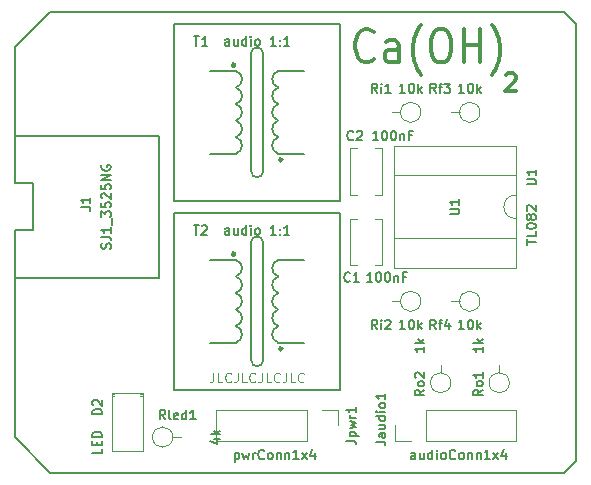
<source format=gbr>
G04 #@! TF.GenerationSoftware,KiCad,Pcbnew,(5.1.9)-1*
G04 #@! TF.CreationDate,2021-03-12T00:47:26-05:00*
G04 #@! TF.ProjectId,InputBuffer,496e7075-7442-4756-9666-65722e6b6963,rev?*
G04 #@! TF.SameCoordinates,Original*
G04 #@! TF.FileFunction,Legend,Top*
G04 #@! TF.FilePolarity,Positive*
%FSLAX46Y46*%
G04 Gerber Fmt 4.6, Leading zero omitted, Abs format (unit mm)*
G04 Created by KiCad (PCBNEW (5.1.9)-1) date 2021-03-12 00:47:26*
%MOMM*%
%LPD*%
G01*
G04 APERTURE LIST*
%ADD10C,0.120000*%
G04 #@! TA.AperFunction,Profile*
%ADD11C,0.150000*%
G04 #@! TD*
%ADD12C,0.300000*%
%ADD13C,0.350000*%
%ADD14C,0.150000*%
G04 APERTURE END LIST*
D10*
X75304761Y-73561904D02*
X75304761Y-74133333D01*
X75266666Y-74247619D01*
X75190476Y-74323809D01*
X75076190Y-74361904D01*
X75000000Y-74361904D01*
X76066666Y-74361904D02*
X75685714Y-74361904D01*
X75685714Y-73561904D01*
X76790476Y-74285714D02*
X76752380Y-74323809D01*
X76638095Y-74361904D01*
X76561904Y-74361904D01*
X76447619Y-74323809D01*
X76371428Y-74247619D01*
X76333333Y-74171428D01*
X76295238Y-74019047D01*
X76295238Y-73904761D01*
X76333333Y-73752380D01*
X76371428Y-73676190D01*
X76447619Y-73600000D01*
X76561904Y-73561904D01*
X76638095Y-73561904D01*
X76752380Y-73600000D01*
X76790476Y-73638095D01*
X77361904Y-73561904D02*
X77361904Y-74133333D01*
X77323809Y-74247619D01*
X77247619Y-74323809D01*
X77133333Y-74361904D01*
X77057142Y-74361904D01*
X78123809Y-74361904D02*
X77742857Y-74361904D01*
X77742857Y-73561904D01*
X78847619Y-74285714D02*
X78809523Y-74323809D01*
X78695238Y-74361904D01*
X78619047Y-74361904D01*
X78504761Y-74323809D01*
X78428571Y-74247619D01*
X78390476Y-74171428D01*
X78352380Y-74019047D01*
X78352380Y-73904761D01*
X78390476Y-73752380D01*
X78428571Y-73676190D01*
X78504761Y-73600000D01*
X78619047Y-73561904D01*
X78695238Y-73561904D01*
X78809523Y-73600000D01*
X78847619Y-73638095D01*
X79419047Y-73561904D02*
X79419047Y-74133333D01*
X79380952Y-74247619D01*
X79304761Y-74323809D01*
X79190476Y-74361904D01*
X79114285Y-74361904D01*
X80180952Y-74361904D02*
X79800000Y-74361904D01*
X79800000Y-73561904D01*
X80904761Y-74285714D02*
X80866666Y-74323809D01*
X80752380Y-74361904D01*
X80676190Y-74361904D01*
X80561904Y-74323809D01*
X80485714Y-74247619D01*
X80447619Y-74171428D01*
X80409523Y-74019047D01*
X80409523Y-73904761D01*
X80447619Y-73752380D01*
X80485714Y-73676190D01*
X80561904Y-73600000D01*
X80676190Y-73561904D01*
X80752380Y-73561904D01*
X80866666Y-73600000D01*
X80904761Y-73638095D01*
X81476190Y-73561904D02*
X81476190Y-74133333D01*
X81438095Y-74247619D01*
X81361904Y-74323809D01*
X81247619Y-74361904D01*
X81171428Y-74361904D01*
X82238095Y-74361904D02*
X81857142Y-74361904D01*
X81857142Y-73561904D01*
X82961904Y-74285714D02*
X82923809Y-74323809D01*
X82809523Y-74361904D01*
X82733333Y-74361904D01*
X82619047Y-74323809D01*
X82542857Y-74247619D01*
X82504761Y-74171428D01*
X82466666Y-74019047D01*
X82466666Y-73904761D01*
X82504761Y-73752380D01*
X82542857Y-73676190D01*
X82619047Y-73600000D01*
X82733333Y-73561904D01*
X82809523Y-73561904D01*
X82923809Y-73600000D01*
X82961904Y-73638095D01*
D11*
X78500000Y-46500000D02*
G75*
G02*
X79500000Y-46500000I500000J0D01*
G01*
X79500000Y-56500000D02*
G75*
G02*
X78500000Y-56500000I-500000J0D01*
G01*
X78500000Y-62500000D02*
G75*
G02*
X79500000Y-62500000I500000J0D01*
G01*
X79500000Y-72500000D02*
G75*
G02*
X78500000Y-72500000I-500000J0D01*
G01*
X78500000Y-62500000D02*
X78500000Y-72500000D01*
X79500000Y-72500000D02*
X79500000Y-62500000D01*
X79500000Y-56500000D02*
X79500000Y-46500000D01*
X78500000Y-46500000D02*
X78500000Y-56500000D01*
D12*
X100071428Y-48321428D02*
X100142857Y-48250000D01*
X100285714Y-48178571D01*
X100642857Y-48178571D01*
X100785714Y-48250000D01*
X100857142Y-48321428D01*
X100928571Y-48464285D01*
X100928571Y-48607142D01*
X100857142Y-48821428D01*
X100000000Y-49678571D01*
X100928571Y-49678571D01*
D13*
X88857142Y-47000000D02*
X88738095Y-47133333D01*
X88380952Y-47266666D01*
X88142857Y-47266666D01*
X87785714Y-47133333D01*
X87547619Y-46866666D01*
X87428571Y-46600000D01*
X87309523Y-46066666D01*
X87309523Y-45666666D01*
X87428571Y-45133333D01*
X87547619Y-44866666D01*
X87785714Y-44600000D01*
X88142857Y-44466666D01*
X88380952Y-44466666D01*
X88738095Y-44600000D01*
X88857142Y-44733333D01*
X91000000Y-47266666D02*
X91000000Y-45800000D01*
X90880952Y-45533333D01*
X90642857Y-45400000D01*
X90166666Y-45400000D01*
X89928571Y-45533333D01*
X91000000Y-47133333D02*
X90761904Y-47266666D01*
X90166666Y-47266666D01*
X89928571Y-47133333D01*
X89809523Y-46866666D01*
X89809523Y-46600000D01*
X89928571Y-46333333D01*
X90166666Y-46200000D01*
X90761904Y-46200000D01*
X91000000Y-46066666D01*
X92904761Y-48333333D02*
X92785714Y-48200000D01*
X92547619Y-47800000D01*
X92428571Y-47533333D01*
X92309523Y-47133333D01*
X92190476Y-46466666D01*
X92190476Y-45933333D01*
X92309523Y-45266666D01*
X92428571Y-44866666D01*
X92547619Y-44600000D01*
X92785714Y-44200000D01*
X92904761Y-44066666D01*
X94333333Y-44466666D02*
X94809523Y-44466666D01*
X95047619Y-44600000D01*
X95285714Y-44866666D01*
X95404761Y-45400000D01*
X95404761Y-46333333D01*
X95285714Y-46866666D01*
X95047619Y-47133333D01*
X94809523Y-47266666D01*
X94333333Y-47266666D01*
X94095238Y-47133333D01*
X93857142Y-46866666D01*
X93738095Y-46333333D01*
X93738095Y-45400000D01*
X93857142Y-44866666D01*
X94095238Y-44600000D01*
X94333333Y-44466666D01*
X96476190Y-47266666D02*
X96476190Y-44466666D01*
X96476190Y-45800000D02*
X97904761Y-45800000D01*
X97904761Y-47266666D02*
X97904761Y-44466666D01*
X98857142Y-48333333D02*
X98976190Y-48200000D01*
X99214285Y-47800000D01*
X99333333Y-47533333D01*
X99452380Y-47133333D01*
X99571428Y-46466666D01*
X99571428Y-45933333D01*
X99452380Y-45266666D01*
X99333333Y-44866666D01*
X99214285Y-44600000D01*
X98976190Y-44200000D01*
X98857142Y-44066666D01*
D11*
X105000000Y-43000000D02*
X106000000Y-44000000D01*
X106000000Y-81000000D02*
X105000000Y-82000000D01*
X58500000Y-57500000D02*
X58500000Y-46000000D01*
X60000000Y-57500000D02*
X58500000Y-57500000D01*
X60000000Y-61500000D02*
X60000000Y-57500000D01*
X58500000Y-61500000D02*
X60000000Y-61500000D01*
X58500000Y-79000000D02*
X58500000Y-61500000D01*
X61500000Y-82000000D02*
X58500000Y-79000000D01*
X105000000Y-82000000D02*
X61500000Y-82000000D01*
X106000000Y-44000000D02*
X106000000Y-81000000D01*
X61500000Y-43000000D02*
X105000000Y-43000000D01*
X58500000Y-46000000D02*
X61500000Y-43000000D01*
D10*
X69310000Y-75270000D02*
X69310000Y-80190000D01*
X66690000Y-75270000D02*
X66690000Y-80190000D01*
X69310000Y-75270000D02*
X66690000Y-75270000D01*
X69310000Y-80190000D02*
X66690000Y-80190000D01*
X69310000Y-75390000D02*
X69080000Y-75390000D01*
X66920000Y-75390000D02*
X66690000Y-75390000D01*
X69310000Y-75510000D02*
X69080000Y-75510000D01*
X66920000Y-75510000D02*
X66690000Y-75510000D01*
X94540000Y-73540000D02*
X94540000Y-72860000D01*
X95400000Y-74400000D02*
G75*
G03*
X95400000Y-74400000I-860000J0D01*
G01*
X99500000Y-73540000D02*
X99500000Y-72860000D01*
X100360000Y-74400000D02*
G75*
G03*
X100360000Y-74400000I-860000J0D01*
G01*
X71860000Y-79000000D02*
X72540000Y-79000000D01*
X71860000Y-79000000D02*
G75*
G03*
X71860000Y-79000000I-860000J0D01*
G01*
X91140000Y-67500000D02*
X90460000Y-67500000D01*
X92860000Y-67500000D02*
G75*
G03*
X92860000Y-67500000I-860000J0D01*
G01*
X91140000Y-51500000D02*
X90460000Y-51500000D01*
X92860000Y-51500000D02*
G75*
G03*
X92860000Y-51500000I-860000J0D01*
G01*
X96140000Y-67500000D02*
X95460000Y-67500000D01*
X97860000Y-67500000D02*
G75*
G03*
X97860000Y-67500000I-860000J0D01*
G01*
X96140000Y-51500000D02*
X95460000Y-51500000D01*
X97860000Y-51500000D02*
G75*
G03*
X97860000Y-51500000I-860000J0D01*
G01*
D14*
X58500000Y-53500000D02*
X70700000Y-53500000D01*
X70700000Y-53500000D02*
X70700000Y-65500000D01*
X60000000Y-57500000D02*
X58500000Y-57500000D01*
X58500000Y-53500000D02*
X58500000Y-57500000D01*
X58500000Y-65500000D02*
X70700000Y-65500000D01*
X60000000Y-61500000D02*
X58500000Y-61500000D01*
X58500000Y-65500000D02*
X58500000Y-61500000D01*
X60000000Y-57500000D02*
X60000000Y-61500000D01*
D10*
X87500000Y-58460000D02*
X86890000Y-58460000D01*
X89610000Y-58460000D02*
X89000000Y-58460000D01*
X87500000Y-54540000D02*
X86890000Y-54540000D01*
X89610000Y-54540000D02*
X89000000Y-54540000D01*
X86890000Y-54540000D02*
X86890000Y-58460000D01*
X89610000Y-54540000D02*
X89610000Y-58460000D01*
X87500000Y-64460000D02*
X86890000Y-64460000D01*
X89610000Y-64460000D02*
X89000000Y-64460000D01*
X87500000Y-60540000D02*
X86890000Y-60540000D01*
X89610000Y-60540000D02*
X89000000Y-60540000D01*
X86890000Y-60540000D02*
X86890000Y-64460000D01*
X89610000Y-60540000D02*
X89610000Y-64460000D01*
X100953500Y-64640000D02*
X100953500Y-54360000D01*
X90553500Y-64640000D02*
X100953500Y-64640000D01*
X90553500Y-54360000D02*
X90553500Y-64640000D01*
X100953500Y-54360000D02*
X90553500Y-54360000D01*
X100893500Y-62150000D02*
X100893500Y-60500000D01*
X90613500Y-62150000D02*
X100893500Y-62150000D01*
X90613500Y-56850000D02*
X90613500Y-62150000D01*
X100893500Y-56850000D02*
X90613500Y-56850000D01*
X100893500Y-58500000D02*
X100893500Y-56850000D01*
X100893500Y-60500000D02*
G75*
G02*
X100893500Y-58500000I0J1000000D01*
G01*
X90670000Y-79330000D02*
X90670000Y-78000000D01*
X92000000Y-79330000D02*
X90670000Y-79330000D01*
X93270000Y-76670000D02*
X93270000Y-79330000D01*
X100950000Y-76670000D02*
X93270000Y-76670000D01*
X100950000Y-79330000D02*
X100950000Y-76670000D01*
X93270000Y-79330000D02*
X100950000Y-79330000D01*
X83230000Y-76670000D02*
X75550000Y-76670000D01*
X75550000Y-76670000D02*
X75550000Y-79330000D01*
X75550000Y-79330000D02*
X83230000Y-79330000D01*
X83230000Y-79330000D02*
X83230000Y-76670000D01*
X84500000Y-76670000D02*
X85830000Y-76670000D01*
X85830000Y-76670000D02*
X85830000Y-78000000D01*
D14*
X72000000Y-59000000D02*
X86000000Y-59000000D01*
X72000000Y-44000000D02*
X72000000Y-59000000D01*
X72000000Y-44000000D02*
X86000000Y-44000000D01*
X86000000Y-44000000D02*
X86000000Y-59000000D01*
X78500000Y-46500000D02*
X78500000Y-56500000D01*
X79500000Y-46500000D02*
X79500000Y-56500000D01*
X77200000Y-48000000D02*
X75000000Y-48000000D01*
X77200000Y-55000000D02*
X75000000Y-55000000D01*
X83000000Y-55000000D02*
X80800000Y-55000000D01*
X83000000Y-48000000D02*
X80800000Y-48000000D01*
D12*
X77100000Y-47500000D02*
G75*
G03*
X77100000Y-47500000I-100000J0D01*
G01*
X81100000Y-55500000D02*
G75*
G03*
X81100000Y-55500000I-100000J0D01*
G01*
D14*
X77200000Y-53600000D02*
G75*
G02*
X77200000Y-55000000I-200000J-700000D01*
G01*
X77200000Y-52200000D02*
G75*
G02*
X77200000Y-53600000I-200000J-700000D01*
G01*
X77200000Y-50800000D02*
G75*
G02*
X77200000Y-52200000I-200000J-700000D01*
G01*
X77200000Y-49400000D02*
G75*
G02*
X77200000Y-50800000I-200000J-700000D01*
G01*
X77200000Y-48000000D02*
G75*
G02*
X77200000Y-49400000I-200000J-700000D01*
G01*
X80800000Y-48000000D02*
G75*
G03*
X80800000Y-49400000I200000J-700000D01*
G01*
X80800000Y-50800000D02*
G75*
G03*
X80800000Y-52200000I200000J-700000D01*
G01*
X80800000Y-49400000D02*
G75*
G03*
X80800000Y-50800000I200000J-700000D01*
G01*
X80800000Y-52200000D02*
G75*
G03*
X80800000Y-53600000I200000J-700000D01*
G01*
X80800000Y-53600000D02*
G75*
G03*
X80800000Y-55000000I200000J-700000D01*
G01*
D12*
X81100000Y-71500000D02*
G75*
G03*
X81100000Y-71500000I-100000J0D01*
G01*
X77100000Y-63500000D02*
G75*
G03*
X77100000Y-63500000I-100000J0D01*
G01*
D14*
X83000000Y-64000000D02*
X80800000Y-64000000D01*
X83000000Y-71000000D02*
X80800000Y-71000000D01*
X77200000Y-71000000D02*
X75000000Y-71000000D01*
X77200000Y-64000000D02*
X75000000Y-64000000D01*
X79500000Y-62500000D02*
X79500000Y-72500000D01*
X78500000Y-62500000D02*
X78500000Y-72500000D01*
X86000000Y-60000000D02*
X86000000Y-75000000D01*
X72000000Y-60000000D02*
X86000000Y-60000000D01*
X72000000Y-60000000D02*
X72000000Y-75000000D01*
X72000000Y-75000000D02*
X86000000Y-75000000D01*
X80800000Y-69600000D02*
G75*
G03*
X80800000Y-71000000I200000J-700000D01*
G01*
X80800000Y-68200000D02*
G75*
G03*
X80800000Y-69600000I200000J-700000D01*
G01*
X80800000Y-65400000D02*
G75*
G03*
X80800000Y-66800000I200000J-700000D01*
G01*
X80800000Y-66800000D02*
G75*
G03*
X80800000Y-68200000I200000J-700000D01*
G01*
X80800000Y-64000000D02*
G75*
G03*
X80800000Y-65400000I200000J-700000D01*
G01*
X77200000Y-64000000D02*
G75*
G02*
X77200000Y-65400000I-200000J-700000D01*
G01*
X77200000Y-65400000D02*
G75*
G02*
X77200000Y-66800000I-200000J-700000D01*
G01*
X77200000Y-66800000D02*
G75*
G02*
X77200000Y-68200000I-200000J-700000D01*
G01*
X77200000Y-68200000D02*
G75*
G02*
X77200000Y-69600000I-200000J-700000D01*
G01*
X77200000Y-69600000D02*
G75*
G02*
X77200000Y-71000000I-200000J-700000D01*
G01*
X65861904Y-77050476D02*
X65061904Y-77050476D01*
X65061904Y-76860000D01*
X65100000Y-76745714D01*
X65176190Y-76669523D01*
X65252380Y-76631428D01*
X65404761Y-76593333D01*
X65519047Y-76593333D01*
X65671428Y-76631428D01*
X65747619Y-76669523D01*
X65823809Y-76745714D01*
X65861904Y-76860000D01*
X65861904Y-77050476D01*
X65138095Y-76288571D02*
X65100000Y-76250476D01*
X65061904Y-76174285D01*
X65061904Y-75983809D01*
X65100000Y-75907619D01*
X65138095Y-75869523D01*
X65214285Y-75831428D01*
X65290476Y-75831428D01*
X65404761Y-75869523D01*
X65861904Y-76326666D01*
X65861904Y-75831428D01*
X65861904Y-79974285D02*
X65861904Y-80355238D01*
X65061904Y-80355238D01*
X65442857Y-79707619D02*
X65442857Y-79440952D01*
X65861904Y-79326666D02*
X65861904Y-79707619D01*
X65061904Y-79707619D01*
X65061904Y-79326666D01*
X65861904Y-78983809D02*
X65061904Y-78983809D01*
X65061904Y-78793333D01*
X65100000Y-78679047D01*
X65176190Y-78602857D01*
X65252380Y-78564761D01*
X65404761Y-78526666D01*
X65519047Y-78526666D01*
X65671428Y-78564761D01*
X65747619Y-78602857D01*
X65823809Y-78679047D01*
X65861904Y-78793333D01*
X65861904Y-78983809D01*
X93151904Y-74995238D02*
X92770952Y-75261904D01*
X93151904Y-75452380D02*
X92351904Y-75452380D01*
X92351904Y-75147619D01*
X92390000Y-75071428D01*
X92428095Y-75033333D01*
X92504285Y-74995238D01*
X92618571Y-74995238D01*
X92694761Y-75033333D01*
X92732857Y-75071428D01*
X92770952Y-75147619D01*
X92770952Y-75452380D01*
X93151904Y-74538095D02*
X93113809Y-74614285D01*
X93075714Y-74652380D01*
X92999523Y-74690476D01*
X92770952Y-74690476D01*
X92694761Y-74652380D01*
X92656666Y-74614285D01*
X92618571Y-74538095D01*
X92618571Y-74423809D01*
X92656666Y-74347619D01*
X92694761Y-74309523D01*
X92770952Y-74271428D01*
X92999523Y-74271428D01*
X93075714Y-74309523D01*
X93113809Y-74347619D01*
X93151904Y-74423809D01*
X93151904Y-74538095D01*
X92428095Y-73966666D02*
X92390000Y-73928571D01*
X92351904Y-73852380D01*
X92351904Y-73661904D01*
X92390000Y-73585714D01*
X92428095Y-73547619D01*
X92504285Y-73509523D01*
X92580476Y-73509523D01*
X92694761Y-73547619D01*
X93151904Y-74004761D01*
X93151904Y-73509523D01*
X93151904Y-71345238D02*
X93151904Y-71802380D01*
X93151904Y-71573809D02*
X92351904Y-71573809D01*
X92466190Y-71650000D01*
X92542380Y-71726190D01*
X92580476Y-71802380D01*
X93151904Y-71002380D02*
X92351904Y-71002380D01*
X92847142Y-70926190D02*
X93151904Y-70697619D01*
X92618571Y-70697619D02*
X92923333Y-71002380D01*
X98111904Y-74995238D02*
X97730952Y-75261904D01*
X98111904Y-75452380D02*
X97311904Y-75452380D01*
X97311904Y-75147619D01*
X97350000Y-75071428D01*
X97388095Y-75033333D01*
X97464285Y-74995238D01*
X97578571Y-74995238D01*
X97654761Y-75033333D01*
X97692857Y-75071428D01*
X97730952Y-75147619D01*
X97730952Y-75452380D01*
X98111904Y-74538095D02*
X98073809Y-74614285D01*
X98035714Y-74652380D01*
X97959523Y-74690476D01*
X97730952Y-74690476D01*
X97654761Y-74652380D01*
X97616666Y-74614285D01*
X97578571Y-74538095D01*
X97578571Y-74423809D01*
X97616666Y-74347619D01*
X97654761Y-74309523D01*
X97730952Y-74271428D01*
X97959523Y-74271428D01*
X98035714Y-74309523D01*
X98073809Y-74347619D01*
X98111904Y-74423809D01*
X98111904Y-74538095D01*
X98111904Y-73509523D02*
X98111904Y-73966666D01*
X98111904Y-73738095D02*
X97311904Y-73738095D01*
X97426190Y-73814285D01*
X97502380Y-73890476D01*
X97540476Y-73966666D01*
X98111904Y-71345238D02*
X98111904Y-71802380D01*
X98111904Y-71573809D02*
X97311904Y-71573809D01*
X97426190Y-71650000D01*
X97502380Y-71726190D01*
X97540476Y-71802380D01*
X98111904Y-71002380D02*
X97311904Y-71002380D01*
X97807142Y-70926190D02*
X98111904Y-70697619D01*
X97578571Y-70697619D02*
X97883333Y-71002380D01*
X71222380Y-77501904D02*
X70955714Y-77120952D01*
X70765238Y-77501904D02*
X70765238Y-76701904D01*
X71070000Y-76701904D01*
X71146190Y-76740000D01*
X71184285Y-76778095D01*
X71222380Y-76854285D01*
X71222380Y-76968571D01*
X71184285Y-77044761D01*
X71146190Y-77082857D01*
X71070000Y-77120952D01*
X70765238Y-77120952D01*
X71679523Y-77501904D02*
X71603333Y-77463809D01*
X71565238Y-77387619D01*
X71565238Y-76701904D01*
X72289047Y-77463809D02*
X72212857Y-77501904D01*
X72060476Y-77501904D01*
X71984285Y-77463809D01*
X71946190Y-77387619D01*
X71946190Y-77082857D01*
X71984285Y-77006666D01*
X72060476Y-76968571D01*
X72212857Y-76968571D01*
X72289047Y-77006666D01*
X72327142Y-77082857D01*
X72327142Y-77159047D01*
X71946190Y-77235238D01*
X73012857Y-77501904D02*
X73012857Y-76701904D01*
X73012857Y-77463809D02*
X72936666Y-77501904D01*
X72784285Y-77501904D01*
X72708095Y-77463809D01*
X72670000Y-77425714D01*
X72631904Y-77349523D01*
X72631904Y-77120952D01*
X72670000Y-77044761D01*
X72708095Y-77006666D01*
X72784285Y-76968571D01*
X72936666Y-76968571D01*
X73012857Y-77006666D01*
X73812857Y-77501904D02*
X73355714Y-77501904D01*
X73584285Y-77501904D02*
X73584285Y-76701904D01*
X73508095Y-76816190D01*
X73431904Y-76892380D01*
X73355714Y-76930476D01*
X75328571Y-79171428D02*
X75861904Y-79171428D01*
X75023809Y-79361904D02*
X75595238Y-79552380D01*
X75595238Y-79057142D01*
X75861904Y-78752380D02*
X75061904Y-78752380D01*
X75557142Y-78676190D02*
X75861904Y-78447619D01*
X75328571Y-78447619D02*
X75633333Y-78752380D01*
X89176190Y-69861904D02*
X88909523Y-69480952D01*
X88719047Y-69861904D02*
X88719047Y-69061904D01*
X89023809Y-69061904D01*
X89100000Y-69100000D01*
X89138095Y-69138095D01*
X89176190Y-69214285D01*
X89176190Y-69328571D01*
X89138095Y-69404761D01*
X89100000Y-69442857D01*
X89023809Y-69480952D01*
X88719047Y-69480952D01*
X89519047Y-69861904D02*
X89519047Y-69328571D01*
X89519047Y-69061904D02*
X89480952Y-69100000D01*
X89519047Y-69138095D01*
X89557142Y-69100000D01*
X89519047Y-69061904D01*
X89519047Y-69138095D01*
X89861904Y-69138095D02*
X89900000Y-69100000D01*
X89976190Y-69061904D01*
X90166666Y-69061904D01*
X90242857Y-69100000D01*
X90280952Y-69138095D01*
X90319047Y-69214285D01*
X90319047Y-69290476D01*
X90280952Y-69404761D01*
X89823809Y-69861904D01*
X90319047Y-69861904D01*
X91523809Y-69861904D02*
X91066666Y-69861904D01*
X91295238Y-69861904D02*
X91295238Y-69061904D01*
X91219047Y-69176190D01*
X91142857Y-69252380D01*
X91066666Y-69290476D01*
X92019047Y-69061904D02*
X92095238Y-69061904D01*
X92171428Y-69100000D01*
X92209523Y-69138095D01*
X92247619Y-69214285D01*
X92285714Y-69366666D01*
X92285714Y-69557142D01*
X92247619Y-69709523D01*
X92209523Y-69785714D01*
X92171428Y-69823809D01*
X92095238Y-69861904D01*
X92019047Y-69861904D01*
X91942857Y-69823809D01*
X91904761Y-69785714D01*
X91866666Y-69709523D01*
X91828571Y-69557142D01*
X91828571Y-69366666D01*
X91866666Y-69214285D01*
X91904761Y-69138095D01*
X91942857Y-69100000D01*
X92019047Y-69061904D01*
X92628571Y-69861904D02*
X92628571Y-69061904D01*
X92704761Y-69557142D02*
X92933333Y-69861904D01*
X92933333Y-69328571D02*
X92628571Y-69633333D01*
X89176190Y-49861904D02*
X88909523Y-49480952D01*
X88719047Y-49861904D02*
X88719047Y-49061904D01*
X89023809Y-49061904D01*
X89100000Y-49100000D01*
X89138095Y-49138095D01*
X89176190Y-49214285D01*
X89176190Y-49328571D01*
X89138095Y-49404761D01*
X89100000Y-49442857D01*
X89023809Y-49480952D01*
X88719047Y-49480952D01*
X89519047Y-49861904D02*
X89519047Y-49328571D01*
X89519047Y-49061904D02*
X89480952Y-49100000D01*
X89519047Y-49138095D01*
X89557142Y-49100000D01*
X89519047Y-49061904D01*
X89519047Y-49138095D01*
X90319047Y-49861904D02*
X89861904Y-49861904D01*
X90090476Y-49861904D02*
X90090476Y-49061904D01*
X90014285Y-49176190D01*
X89938095Y-49252380D01*
X89861904Y-49290476D01*
X91523809Y-49861904D02*
X91066666Y-49861904D01*
X91295238Y-49861904D02*
X91295238Y-49061904D01*
X91219047Y-49176190D01*
X91142857Y-49252380D01*
X91066666Y-49290476D01*
X92019047Y-49061904D02*
X92095238Y-49061904D01*
X92171428Y-49100000D01*
X92209523Y-49138095D01*
X92247619Y-49214285D01*
X92285714Y-49366666D01*
X92285714Y-49557142D01*
X92247619Y-49709523D01*
X92209523Y-49785714D01*
X92171428Y-49823809D01*
X92095238Y-49861904D01*
X92019047Y-49861904D01*
X91942857Y-49823809D01*
X91904761Y-49785714D01*
X91866666Y-49709523D01*
X91828571Y-49557142D01*
X91828571Y-49366666D01*
X91866666Y-49214285D01*
X91904761Y-49138095D01*
X91942857Y-49100000D01*
X92019047Y-49061904D01*
X92628571Y-49861904D02*
X92628571Y-49061904D01*
X92704761Y-49557142D02*
X92933333Y-49861904D01*
X92933333Y-49328571D02*
X92628571Y-49633333D01*
X94138095Y-69861904D02*
X93871428Y-69480952D01*
X93680952Y-69861904D02*
X93680952Y-69061904D01*
X93985714Y-69061904D01*
X94061904Y-69100000D01*
X94100000Y-69138095D01*
X94138095Y-69214285D01*
X94138095Y-69328571D01*
X94100000Y-69404761D01*
X94061904Y-69442857D01*
X93985714Y-69480952D01*
X93680952Y-69480952D01*
X94366666Y-69328571D02*
X94671428Y-69328571D01*
X94480952Y-69861904D02*
X94480952Y-69176190D01*
X94519047Y-69100000D01*
X94595238Y-69061904D01*
X94671428Y-69061904D01*
X95280952Y-69328571D02*
X95280952Y-69861904D01*
X95090476Y-69023809D02*
X94900000Y-69595238D01*
X95395238Y-69595238D01*
X96523809Y-69861904D02*
X96066666Y-69861904D01*
X96295238Y-69861904D02*
X96295238Y-69061904D01*
X96219047Y-69176190D01*
X96142857Y-69252380D01*
X96066666Y-69290476D01*
X97019047Y-69061904D02*
X97095238Y-69061904D01*
X97171428Y-69100000D01*
X97209523Y-69138095D01*
X97247619Y-69214285D01*
X97285714Y-69366666D01*
X97285714Y-69557142D01*
X97247619Y-69709523D01*
X97209523Y-69785714D01*
X97171428Y-69823809D01*
X97095238Y-69861904D01*
X97019047Y-69861904D01*
X96942857Y-69823809D01*
X96904761Y-69785714D01*
X96866666Y-69709523D01*
X96828571Y-69557142D01*
X96828571Y-69366666D01*
X96866666Y-69214285D01*
X96904761Y-69138095D01*
X96942857Y-69100000D01*
X97019047Y-69061904D01*
X97628571Y-69861904D02*
X97628571Y-69061904D01*
X97704761Y-69557142D02*
X97933333Y-69861904D01*
X97933333Y-69328571D02*
X97628571Y-69633333D01*
X94138095Y-49861904D02*
X93871428Y-49480952D01*
X93680952Y-49861904D02*
X93680952Y-49061904D01*
X93985714Y-49061904D01*
X94061904Y-49100000D01*
X94100000Y-49138095D01*
X94138095Y-49214285D01*
X94138095Y-49328571D01*
X94100000Y-49404761D01*
X94061904Y-49442857D01*
X93985714Y-49480952D01*
X93680952Y-49480952D01*
X94366666Y-49328571D02*
X94671428Y-49328571D01*
X94480952Y-49861904D02*
X94480952Y-49176190D01*
X94519047Y-49100000D01*
X94595238Y-49061904D01*
X94671428Y-49061904D01*
X94861904Y-49061904D02*
X95357142Y-49061904D01*
X95090476Y-49366666D01*
X95204761Y-49366666D01*
X95280952Y-49404761D01*
X95319047Y-49442857D01*
X95357142Y-49519047D01*
X95357142Y-49709523D01*
X95319047Y-49785714D01*
X95280952Y-49823809D01*
X95204761Y-49861904D01*
X94976190Y-49861904D01*
X94900000Y-49823809D01*
X94861904Y-49785714D01*
X96523809Y-49861904D02*
X96066666Y-49861904D01*
X96295238Y-49861904D02*
X96295238Y-49061904D01*
X96219047Y-49176190D01*
X96142857Y-49252380D01*
X96066666Y-49290476D01*
X97019047Y-49061904D02*
X97095238Y-49061904D01*
X97171428Y-49100000D01*
X97209523Y-49138095D01*
X97247619Y-49214285D01*
X97285714Y-49366666D01*
X97285714Y-49557142D01*
X97247619Y-49709523D01*
X97209523Y-49785714D01*
X97171428Y-49823809D01*
X97095238Y-49861904D01*
X97019047Y-49861904D01*
X96942857Y-49823809D01*
X96904761Y-49785714D01*
X96866666Y-49709523D01*
X96828571Y-49557142D01*
X96828571Y-49366666D01*
X96866666Y-49214285D01*
X96904761Y-49138095D01*
X96942857Y-49100000D01*
X97019047Y-49061904D01*
X97628571Y-49861904D02*
X97628571Y-49061904D01*
X97704761Y-49557142D02*
X97933333Y-49861904D01*
X97933333Y-49328571D02*
X97628571Y-49633333D01*
X64061904Y-59516666D02*
X64633333Y-59516666D01*
X64747619Y-59554761D01*
X64823809Y-59630952D01*
X64861904Y-59745238D01*
X64861904Y-59821428D01*
X64861904Y-58716666D02*
X64861904Y-59173809D01*
X64861904Y-58945238D02*
X64061904Y-58945238D01*
X64176190Y-59021428D01*
X64252380Y-59097619D01*
X64290476Y-59173809D01*
X66573809Y-63061904D02*
X66611904Y-62947619D01*
X66611904Y-62757142D01*
X66573809Y-62680952D01*
X66535714Y-62642857D01*
X66459523Y-62604761D01*
X66383333Y-62604761D01*
X66307142Y-62642857D01*
X66269047Y-62680952D01*
X66230952Y-62757142D01*
X66192857Y-62909523D01*
X66154761Y-62985714D01*
X66116666Y-63023809D01*
X66040476Y-63061904D01*
X65964285Y-63061904D01*
X65888095Y-63023809D01*
X65850000Y-62985714D01*
X65811904Y-62909523D01*
X65811904Y-62719047D01*
X65850000Y-62604761D01*
X65811904Y-62033333D02*
X66383333Y-62033333D01*
X66497619Y-62071428D01*
X66573809Y-62147619D01*
X66611904Y-62261904D01*
X66611904Y-62338095D01*
X66611904Y-61233333D02*
X66611904Y-61690476D01*
X66611904Y-61461904D02*
X65811904Y-61461904D01*
X65926190Y-61538095D01*
X66002380Y-61614285D01*
X66040476Y-61690476D01*
X66688095Y-61080952D02*
X66688095Y-60471428D01*
X65811904Y-60357142D02*
X65811904Y-59861904D01*
X66116666Y-60128571D01*
X66116666Y-60014285D01*
X66154761Y-59938095D01*
X66192857Y-59900000D01*
X66269047Y-59861904D01*
X66459523Y-59861904D01*
X66535714Y-59900000D01*
X66573809Y-59938095D01*
X66611904Y-60014285D01*
X66611904Y-60242857D01*
X66573809Y-60319047D01*
X66535714Y-60357142D01*
X65811904Y-59138095D02*
X65811904Y-59519047D01*
X66192857Y-59557142D01*
X66154761Y-59519047D01*
X66116666Y-59442857D01*
X66116666Y-59252380D01*
X66154761Y-59176190D01*
X66192857Y-59138095D01*
X66269047Y-59100000D01*
X66459523Y-59100000D01*
X66535714Y-59138095D01*
X66573809Y-59176190D01*
X66611904Y-59252380D01*
X66611904Y-59442857D01*
X66573809Y-59519047D01*
X66535714Y-59557142D01*
X65888095Y-58795238D02*
X65850000Y-58757142D01*
X65811904Y-58680952D01*
X65811904Y-58490476D01*
X65850000Y-58414285D01*
X65888095Y-58376190D01*
X65964285Y-58338095D01*
X66040476Y-58338095D01*
X66154761Y-58376190D01*
X66611904Y-58833333D01*
X66611904Y-58338095D01*
X65811904Y-57614285D02*
X65811904Y-57995238D01*
X66192857Y-58033333D01*
X66154761Y-57995238D01*
X66116666Y-57919047D01*
X66116666Y-57728571D01*
X66154761Y-57652380D01*
X66192857Y-57614285D01*
X66269047Y-57576190D01*
X66459523Y-57576190D01*
X66535714Y-57614285D01*
X66573809Y-57652380D01*
X66611904Y-57728571D01*
X66611904Y-57919047D01*
X66573809Y-57995238D01*
X66535714Y-58033333D01*
X66611904Y-57233333D02*
X65811904Y-57233333D01*
X66611904Y-56776190D01*
X65811904Y-56776190D01*
X65850000Y-55976190D02*
X65811904Y-56052380D01*
X65811904Y-56166666D01*
X65850000Y-56280952D01*
X65926190Y-56357142D01*
X66002380Y-56395238D01*
X66154761Y-56433333D01*
X66269047Y-56433333D01*
X66421428Y-56395238D01*
X66497619Y-56357142D01*
X66573809Y-56280952D01*
X66611904Y-56166666D01*
X66611904Y-56090476D01*
X66573809Y-55976190D01*
X66535714Y-55938095D01*
X66269047Y-55938095D01*
X66269047Y-56090476D01*
X87116666Y-53785714D02*
X87078571Y-53823809D01*
X86964285Y-53861904D01*
X86888095Y-53861904D01*
X86773809Y-53823809D01*
X86697619Y-53747619D01*
X86659523Y-53671428D01*
X86621428Y-53519047D01*
X86621428Y-53404761D01*
X86659523Y-53252380D01*
X86697619Y-53176190D01*
X86773809Y-53100000D01*
X86888095Y-53061904D01*
X86964285Y-53061904D01*
X87078571Y-53100000D01*
X87116666Y-53138095D01*
X87421428Y-53138095D02*
X87459523Y-53100000D01*
X87535714Y-53061904D01*
X87726190Y-53061904D01*
X87802380Y-53100000D01*
X87840476Y-53138095D01*
X87878571Y-53214285D01*
X87878571Y-53290476D01*
X87840476Y-53404761D01*
X87383333Y-53861904D01*
X87878571Y-53861904D01*
X89261904Y-53861904D02*
X88804761Y-53861904D01*
X89033333Y-53861904D02*
X89033333Y-53061904D01*
X88957142Y-53176190D01*
X88880952Y-53252380D01*
X88804761Y-53290476D01*
X89757142Y-53061904D02*
X89833333Y-53061904D01*
X89909523Y-53100000D01*
X89947619Y-53138095D01*
X89985714Y-53214285D01*
X90023809Y-53366666D01*
X90023809Y-53557142D01*
X89985714Y-53709523D01*
X89947619Y-53785714D01*
X89909523Y-53823809D01*
X89833333Y-53861904D01*
X89757142Y-53861904D01*
X89680952Y-53823809D01*
X89642857Y-53785714D01*
X89604761Y-53709523D01*
X89566666Y-53557142D01*
X89566666Y-53366666D01*
X89604761Y-53214285D01*
X89642857Y-53138095D01*
X89680952Y-53100000D01*
X89757142Y-53061904D01*
X90519047Y-53061904D02*
X90595238Y-53061904D01*
X90671428Y-53100000D01*
X90709523Y-53138095D01*
X90747619Y-53214285D01*
X90785714Y-53366666D01*
X90785714Y-53557142D01*
X90747619Y-53709523D01*
X90709523Y-53785714D01*
X90671428Y-53823809D01*
X90595238Y-53861904D01*
X90519047Y-53861904D01*
X90442857Y-53823809D01*
X90404761Y-53785714D01*
X90366666Y-53709523D01*
X90328571Y-53557142D01*
X90328571Y-53366666D01*
X90366666Y-53214285D01*
X90404761Y-53138095D01*
X90442857Y-53100000D01*
X90519047Y-53061904D01*
X91128571Y-53328571D02*
X91128571Y-53861904D01*
X91128571Y-53404761D02*
X91166666Y-53366666D01*
X91242857Y-53328571D01*
X91357142Y-53328571D01*
X91433333Y-53366666D01*
X91471428Y-53442857D01*
X91471428Y-53861904D01*
X92119047Y-53442857D02*
X91852380Y-53442857D01*
X91852380Y-53861904D02*
X91852380Y-53061904D01*
X92233333Y-53061904D01*
X86866666Y-65785714D02*
X86828571Y-65823809D01*
X86714285Y-65861904D01*
X86638095Y-65861904D01*
X86523809Y-65823809D01*
X86447619Y-65747619D01*
X86409523Y-65671428D01*
X86371428Y-65519047D01*
X86371428Y-65404761D01*
X86409523Y-65252380D01*
X86447619Y-65176190D01*
X86523809Y-65100000D01*
X86638095Y-65061904D01*
X86714285Y-65061904D01*
X86828571Y-65100000D01*
X86866666Y-65138095D01*
X87628571Y-65861904D02*
X87171428Y-65861904D01*
X87400000Y-65861904D02*
X87400000Y-65061904D01*
X87323809Y-65176190D01*
X87247619Y-65252380D01*
X87171428Y-65290476D01*
X88761904Y-65861904D02*
X88304761Y-65861904D01*
X88533333Y-65861904D02*
X88533333Y-65061904D01*
X88457142Y-65176190D01*
X88380952Y-65252380D01*
X88304761Y-65290476D01*
X89257142Y-65061904D02*
X89333333Y-65061904D01*
X89409523Y-65100000D01*
X89447619Y-65138095D01*
X89485714Y-65214285D01*
X89523809Y-65366666D01*
X89523809Y-65557142D01*
X89485714Y-65709523D01*
X89447619Y-65785714D01*
X89409523Y-65823809D01*
X89333333Y-65861904D01*
X89257142Y-65861904D01*
X89180952Y-65823809D01*
X89142857Y-65785714D01*
X89104761Y-65709523D01*
X89066666Y-65557142D01*
X89066666Y-65366666D01*
X89104761Y-65214285D01*
X89142857Y-65138095D01*
X89180952Y-65100000D01*
X89257142Y-65061904D01*
X90019047Y-65061904D02*
X90095238Y-65061904D01*
X90171428Y-65100000D01*
X90209523Y-65138095D01*
X90247619Y-65214285D01*
X90285714Y-65366666D01*
X90285714Y-65557142D01*
X90247619Y-65709523D01*
X90209523Y-65785714D01*
X90171428Y-65823809D01*
X90095238Y-65861904D01*
X90019047Y-65861904D01*
X89942857Y-65823809D01*
X89904761Y-65785714D01*
X89866666Y-65709523D01*
X89828571Y-65557142D01*
X89828571Y-65366666D01*
X89866666Y-65214285D01*
X89904761Y-65138095D01*
X89942857Y-65100000D01*
X90019047Y-65061904D01*
X90628571Y-65328571D02*
X90628571Y-65861904D01*
X90628571Y-65404761D02*
X90666666Y-65366666D01*
X90742857Y-65328571D01*
X90857142Y-65328571D01*
X90933333Y-65366666D01*
X90971428Y-65442857D01*
X90971428Y-65861904D01*
X91619047Y-65442857D02*
X91352380Y-65442857D01*
X91352380Y-65861904D02*
X91352380Y-65061904D01*
X91733333Y-65061904D01*
X101811904Y-57609523D02*
X102459523Y-57609523D01*
X102535714Y-57571428D01*
X102573809Y-57533333D01*
X102611904Y-57457142D01*
X102611904Y-57304761D01*
X102573809Y-57228571D01*
X102535714Y-57190476D01*
X102459523Y-57152380D01*
X101811904Y-57152380D01*
X102611904Y-56352380D02*
X102611904Y-56809523D01*
X102611904Y-56580952D02*
X101811904Y-56580952D01*
X101926190Y-56657142D01*
X102002380Y-56733333D01*
X102040476Y-56809523D01*
X101811904Y-62695238D02*
X101811904Y-62238095D01*
X102611904Y-62466666D02*
X101811904Y-62466666D01*
X102611904Y-61590476D02*
X102611904Y-61971428D01*
X101811904Y-61971428D01*
X101811904Y-61171428D02*
X101811904Y-61095238D01*
X101850000Y-61019047D01*
X101888095Y-60980952D01*
X101964285Y-60942857D01*
X102116666Y-60904761D01*
X102307142Y-60904761D01*
X102459523Y-60942857D01*
X102535714Y-60980952D01*
X102573809Y-61019047D01*
X102611904Y-61095238D01*
X102611904Y-61171428D01*
X102573809Y-61247619D01*
X102535714Y-61285714D01*
X102459523Y-61323809D01*
X102307142Y-61361904D01*
X102116666Y-61361904D01*
X101964285Y-61323809D01*
X101888095Y-61285714D01*
X101850000Y-61247619D01*
X101811904Y-61171428D01*
X102154761Y-60447619D02*
X102116666Y-60523809D01*
X102078571Y-60561904D01*
X102002380Y-60600000D01*
X101964285Y-60600000D01*
X101888095Y-60561904D01*
X101850000Y-60523809D01*
X101811904Y-60447619D01*
X101811904Y-60295238D01*
X101850000Y-60219047D01*
X101888095Y-60180952D01*
X101964285Y-60142857D01*
X102002380Y-60142857D01*
X102078571Y-60180952D01*
X102116666Y-60219047D01*
X102154761Y-60295238D01*
X102154761Y-60447619D01*
X102192857Y-60523809D01*
X102230952Y-60561904D01*
X102307142Y-60600000D01*
X102459523Y-60600000D01*
X102535714Y-60561904D01*
X102573809Y-60523809D01*
X102611904Y-60447619D01*
X102611904Y-60295238D01*
X102573809Y-60219047D01*
X102535714Y-60180952D01*
X102459523Y-60142857D01*
X102307142Y-60142857D01*
X102230952Y-60180952D01*
X102192857Y-60219047D01*
X102154761Y-60295238D01*
X101888095Y-59838095D02*
X101850000Y-59800000D01*
X101811904Y-59723809D01*
X101811904Y-59533333D01*
X101850000Y-59457142D01*
X101888095Y-59419047D01*
X101964285Y-59380952D01*
X102040476Y-59380952D01*
X102154761Y-59419047D01*
X102611904Y-59876190D01*
X102611904Y-59380952D01*
X95315404Y-60109523D02*
X95963023Y-60109523D01*
X96039214Y-60071428D01*
X96077309Y-60033333D01*
X96115404Y-59957142D01*
X96115404Y-59804761D01*
X96077309Y-59728571D01*
X96039214Y-59690476D01*
X95963023Y-59652380D01*
X95315404Y-59652380D01*
X96115404Y-58852380D02*
X96115404Y-59309523D01*
X96115404Y-59080952D02*
X95315404Y-59080952D01*
X95429690Y-59157142D01*
X95505880Y-59233333D01*
X95543976Y-59309523D01*
X89061904Y-79404761D02*
X89633333Y-79404761D01*
X89747619Y-79442857D01*
X89823809Y-79519047D01*
X89861904Y-79633333D01*
X89861904Y-79709523D01*
X89861904Y-78680952D02*
X89442857Y-78680952D01*
X89366666Y-78719047D01*
X89328571Y-78795238D01*
X89328571Y-78947619D01*
X89366666Y-79023809D01*
X89823809Y-78680952D02*
X89861904Y-78757142D01*
X89861904Y-78947619D01*
X89823809Y-79023809D01*
X89747619Y-79061904D01*
X89671428Y-79061904D01*
X89595238Y-79023809D01*
X89557142Y-78947619D01*
X89557142Y-78757142D01*
X89519047Y-78680952D01*
X89328571Y-77957142D02*
X89861904Y-77957142D01*
X89328571Y-78300000D02*
X89747619Y-78300000D01*
X89823809Y-78261904D01*
X89861904Y-78185714D01*
X89861904Y-78071428D01*
X89823809Y-77995238D01*
X89785714Y-77957142D01*
X89861904Y-77233333D02*
X89061904Y-77233333D01*
X89823809Y-77233333D02*
X89861904Y-77309523D01*
X89861904Y-77461904D01*
X89823809Y-77538095D01*
X89785714Y-77576190D01*
X89709523Y-77614285D01*
X89480952Y-77614285D01*
X89404761Y-77576190D01*
X89366666Y-77538095D01*
X89328571Y-77461904D01*
X89328571Y-77309523D01*
X89366666Y-77233333D01*
X89861904Y-76852380D02*
X89328571Y-76852380D01*
X89061904Y-76852380D02*
X89100000Y-76890476D01*
X89138095Y-76852380D01*
X89100000Y-76814285D01*
X89061904Y-76852380D01*
X89138095Y-76852380D01*
X89861904Y-76357142D02*
X89823809Y-76433333D01*
X89785714Y-76471428D01*
X89709523Y-76509523D01*
X89480952Y-76509523D01*
X89404761Y-76471428D01*
X89366666Y-76433333D01*
X89328571Y-76357142D01*
X89328571Y-76242857D01*
X89366666Y-76166666D01*
X89404761Y-76128571D01*
X89480952Y-76090476D01*
X89709523Y-76090476D01*
X89785714Y-76128571D01*
X89823809Y-76166666D01*
X89861904Y-76242857D01*
X89861904Y-76357142D01*
X89861904Y-75328571D02*
X89861904Y-75785714D01*
X89861904Y-75557142D02*
X89061904Y-75557142D01*
X89176190Y-75633333D01*
X89252380Y-75709523D01*
X89290476Y-75785714D01*
X92403809Y-80861904D02*
X92403809Y-80442857D01*
X92365714Y-80366666D01*
X92289523Y-80328571D01*
X92137142Y-80328571D01*
X92060952Y-80366666D01*
X92403809Y-80823809D02*
X92327619Y-80861904D01*
X92137142Y-80861904D01*
X92060952Y-80823809D01*
X92022857Y-80747619D01*
X92022857Y-80671428D01*
X92060952Y-80595238D01*
X92137142Y-80557142D01*
X92327619Y-80557142D01*
X92403809Y-80519047D01*
X93127619Y-80328571D02*
X93127619Y-80861904D01*
X92784761Y-80328571D02*
X92784761Y-80747619D01*
X92822857Y-80823809D01*
X92899047Y-80861904D01*
X93013333Y-80861904D01*
X93089523Y-80823809D01*
X93127619Y-80785714D01*
X93851428Y-80861904D02*
X93851428Y-80061904D01*
X93851428Y-80823809D02*
X93775238Y-80861904D01*
X93622857Y-80861904D01*
X93546666Y-80823809D01*
X93508571Y-80785714D01*
X93470476Y-80709523D01*
X93470476Y-80480952D01*
X93508571Y-80404761D01*
X93546666Y-80366666D01*
X93622857Y-80328571D01*
X93775238Y-80328571D01*
X93851428Y-80366666D01*
X94232380Y-80861904D02*
X94232380Y-80328571D01*
X94232380Y-80061904D02*
X94194285Y-80100000D01*
X94232380Y-80138095D01*
X94270476Y-80100000D01*
X94232380Y-80061904D01*
X94232380Y-80138095D01*
X94727619Y-80861904D02*
X94651428Y-80823809D01*
X94613333Y-80785714D01*
X94575238Y-80709523D01*
X94575238Y-80480952D01*
X94613333Y-80404761D01*
X94651428Y-80366666D01*
X94727619Y-80328571D01*
X94841904Y-80328571D01*
X94918095Y-80366666D01*
X94956190Y-80404761D01*
X94994285Y-80480952D01*
X94994285Y-80709523D01*
X94956190Y-80785714D01*
X94918095Y-80823809D01*
X94841904Y-80861904D01*
X94727619Y-80861904D01*
X95794285Y-80785714D02*
X95756190Y-80823809D01*
X95641904Y-80861904D01*
X95565714Y-80861904D01*
X95451428Y-80823809D01*
X95375238Y-80747619D01*
X95337142Y-80671428D01*
X95299047Y-80519047D01*
X95299047Y-80404761D01*
X95337142Y-80252380D01*
X95375238Y-80176190D01*
X95451428Y-80100000D01*
X95565714Y-80061904D01*
X95641904Y-80061904D01*
X95756190Y-80100000D01*
X95794285Y-80138095D01*
X96251428Y-80861904D02*
X96175238Y-80823809D01*
X96137142Y-80785714D01*
X96099047Y-80709523D01*
X96099047Y-80480952D01*
X96137142Y-80404761D01*
X96175238Y-80366666D01*
X96251428Y-80328571D01*
X96365714Y-80328571D01*
X96441904Y-80366666D01*
X96480000Y-80404761D01*
X96518095Y-80480952D01*
X96518095Y-80709523D01*
X96480000Y-80785714D01*
X96441904Y-80823809D01*
X96365714Y-80861904D01*
X96251428Y-80861904D01*
X96860952Y-80328571D02*
X96860952Y-80861904D01*
X96860952Y-80404761D02*
X96899047Y-80366666D01*
X96975238Y-80328571D01*
X97089523Y-80328571D01*
X97165714Y-80366666D01*
X97203809Y-80442857D01*
X97203809Y-80861904D01*
X97584761Y-80328571D02*
X97584761Y-80861904D01*
X97584761Y-80404761D02*
X97622857Y-80366666D01*
X97699047Y-80328571D01*
X97813333Y-80328571D01*
X97889523Y-80366666D01*
X97927619Y-80442857D01*
X97927619Y-80861904D01*
X98727619Y-80861904D02*
X98270476Y-80861904D01*
X98499047Y-80861904D02*
X98499047Y-80061904D01*
X98422857Y-80176190D01*
X98346666Y-80252380D01*
X98270476Y-80290476D01*
X98994285Y-80861904D02*
X99413333Y-80328571D01*
X98994285Y-80328571D02*
X99413333Y-80861904D01*
X100060952Y-80328571D02*
X100060952Y-80861904D01*
X99870476Y-80023809D02*
X99680000Y-80595238D01*
X100175238Y-80595238D01*
X86561904Y-79295238D02*
X87133333Y-79295238D01*
X87247619Y-79333333D01*
X87323809Y-79409523D01*
X87361904Y-79523809D01*
X87361904Y-79600000D01*
X86828571Y-78914285D02*
X87628571Y-78914285D01*
X86866666Y-78914285D02*
X86828571Y-78838095D01*
X86828571Y-78685714D01*
X86866666Y-78609523D01*
X86904761Y-78571428D01*
X86980952Y-78533333D01*
X87209523Y-78533333D01*
X87285714Y-78571428D01*
X87323809Y-78609523D01*
X87361904Y-78685714D01*
X87361904Y-78838095D01*
X87323809Y-78914285D01*
X86828571Y-78266666D02*
X87361904Y-78114285D01*
X86980952Y-77961904D01*
X87361904Y-77809523D01*
X86828571Y-77657142D01*
X87361904Y-77352380D02*
X86828571Y-77352380D01*
X86980952Y-77352380D02*
X86904761Y-77314285D01*
X86866666Y-77276190D01*
X86828571Y-77200000D01*
X86828571Y-77123809D01*
X87361904Y-76438095D02*
X87361904Y-76895238D01*
X87361904Y-76666666D02*
X86561904Y-76666666D01*
X86676190Y-76742857D01*
X86752380Y-76819047D01*
X86790476Y-76895238D01*
X77090476Y-80328571D02*
X77090476Y-81128571D01*
X77090476Y-80366666D02*
X77166666Y-80328571D01*
X77319047Y-80328571D01*
X77395238Y-80366666D01*
X77433333Y-80404761D01*
X77471428Y-80480952D01*
X77471428Y-80709523D01*
X77433333Y-80785714D01*
X77395238Y-80823809D01*
X77319047Y-80861904D01*
X77166666Y-80861904D01*
X77090476Y-80823809D01*
X77738095Y-80328571D02*
X77890476Y-80861904D01*
X78042857Y-80480952D01*
X78195238Y-80861904D01*
X78347619Y-80328571D01*
X78652380Y-80861904D02*
X78652380Y-80328571D01*
X78652380Y-80480952D02*
X78690476Y-80404761D01*
X78728571Y-80366666D01*
X78804761Y-80328571D01*
X78880952Y-80328571D01*
X79604761Y-80785714D02*
X79566666Y-80823809D01*
X79452380Y-80861904D01*
X79376190Y-80861904D01*
X79261904Y-80823809D01*
X79185714Y-80747619D01*
X79147619Y-80671428D01*
X79109523Y-80519047D01*
X79109523Y-80404761D01*
X79147619Y-80252380D01*
X79185714Y-80176190D01*
X79261904Y-80100000D01*
X79376190Y-80061904D01*
X79452380Y-80061904D01*
X79566666Y-80100000D01*
X79604761Y-80138095D01*
X80061904Y-80861904D02*
X79985714Y-80823809D01*
X79947619Y-80785714D01*
X79909523Y-80709523D01*
X79909523Y-80480952D01*
X79947619Y-80404761D01*
X79985714Y-80366666D01*
X80061904Y-80328571D01*
X80176190Y-80328571D01*
X80252380Y-80366666D01*
X80290476Y-80404761D01*
X80328571Y-80480952D01*
X80328571Y-80709523D01*
X80290476Y-80785714D01*
X80252380Y-80823809D01*
X80176190Y-80861904D01*
X80061904Y-80861904D01*
X80671428Y-80328571D02*
X80671428Y-80861904D01*
X80671428Y-80404761D02*
X80709523Y-80366666D01*
X80785714Y-80328571D01*
X80900000Y-80328571D01*
X80976190Y-80366666D01*
X81014285Y-80442857D01*
X81014285Y-80861904D01*
X81395238Y-80328571D02*
X81395238Y-80861904D01*
X81395238Y-80404761D02*
X81433333Y-80366666D01*
X81509523Y-80328571D01*
X81623809Y-80328571D01*
X81700000Y-80366666D01*
X81738095Y-80442857D01*
X81738095Y-80861904D01*
X82538095Y-80861904D02*
X82080952Y-80861904D01*
X82309523Y-80861904D02*
X82309523Y-80061904D01*
X82233333Y-80176190D01*
X82157142Y-80252380D01*
X82080952Y-80290476D01*
X82804761Y-80861904D02*
X83223809Y-80328571D01*
X82804761Y-80328571D02*
X83223809Y-80861904D01*
X83871428Y-80328571D02*
X83871428Y-80861904D01*
X83680952Y-80023809D02*
X83490476Y-80595238D01*
X83985714Y-80595238D01*
X73640476Y-45061904D02*
X74097619Y-45061904D01*
X73869047Y-45861904D02*
X73869047Y-45061904D01*
X74783333Y-45861904D02*
X74326190Y-45861904D01*
X74554761Y-45861904D02*
X74554761Y-45061904D01*
X74478571Y-45176190D01*
X74402380Y-45252380D01*
X74326190Y-45290476D01*
X76638095Y-45861904D02*
X76638095Y-45442857D01*
X76600000Y-45366666D01*
X76523809Y-45328571D01*
X76371428Y-45328571D01*
X76295238Y-45366666D01*
X76638095Y-45823809D02*
X76561904Y-45861904D01*
X76371428Y-45861904D01*
X76295238Y-45823809D01*
X76257142Y-45747619D01*
X76257142Y-45671428D01*
X76295238Y-45595238D01*
X76371428Y-45557142D01*
X76561904Y-45557142D01*
X76638095Y-45519047D01*
X77361904Y-45328571D02*
X77361904Y-45861904D01*
X77019047Y-45328571D02*
X77019047Y-45747619D01*
X77057142Y-45823809D01*
X77133333Y-45861904D01*
X77247619Y-45861904D01*
X77323809Y-45823809D01*
X77361904Y-45785714D01*
X78085714Y-45861904D02*
X78085714Y-45061904D01*
X78085714Y-45823809D02*
X78009523Y-45861904D01*
X77857142Y-45861904D01*
X77780952Y-45823809D01*
X77742857Y-45785714D01*
X77704761Y-45709523D01*
X77704761Y-45480952D01*
X77742857Y-45404761D01*
X77780952Y-45366666D01*
X77857142Y-45328571D01*
X78009523Y-45328571D01*
X78085714Y-45366666D01*
X78466666Y-45861904D02*
X78466666Y-45328571D01*
X78466666Y-45061904D02*
X78428571Y-45100000D01*
X78466666Y-45138095D01*
X78504761Y-45100000D01*
X78466666Y-45061904D01*
X78466666Y-45138095D01*
X78961904Y-45861904D02*
X78885714Y-45823809D01*
X78847619Y-45785714D01*
X78809523Y-45709523D01*
X78809523Y-45480952D01*
X78847619Y-45404761D01*
X78885714Y-45366666D01*
X78961904Y-45328571D01*
X79076190Y-45328571D01*
X79152380Y-45366666D01*
X79190476Y-45404761D01*
X79228571Y-45480952D01*
X79228571Y-45709523D01*
X79190476Y-45785714D01*
X79152380Y-45823809D01*
X79076190Y-45861904D01*
X78961904Y-45861904D01*
X80600000Y-45861904D02*
X80142857Y-45861904D01*
X80371428Y-45861904D02*
X80371428Y-45061904D01*
X80295238Y-45176190D01*
X80219047Y-45252380D01*
X80142857Y-45290476D01*
X80942857Y-45785714D02*
X80980952Y-45823809D01*
X80942857Y-45861904D01*
X80904761Y-45823809D01*
X80942857Y-45785714D01*
X80942857Y-45861904D01*
X80942857Y-45366666D02*
X80980952Y-45404761D01*
X80942857Y-45442857D01*
X80904761Y-45404761D01*
X80942857Y-45366666D01*
X80942857Y-45442857D01*
X81742857Y-45861904D02*
X81285714Y-45861904D01*
X81514285Y-45861904D02*
X81514285Y-45061904D01*
X81438095Y-45176190D01*
X81361904Y-45252380D01*
X81285714Y-45290476D01*
X73640476Y-61061904D02*
X74097619Y-61061904D01*
X73869047Y-61861904D02*
X73869047Y-61061904D01*
X74326190Y-61138095D02*
X74364285Y-61100000D01*
X74440476Y-61061904D01*
X74630952Y-61061904D01*
X74707142Y-61100000D01*
X74745238Y-61138095D01*
X74783333Y-61214285D01*
X74783333Y-61290476D01*
X74745238Y-61404761D01*
X74288095Y-61861904D01*
X74783333Y-61861904D01*
X76638095Y-61861904D02*
X76638095Y-61442857D01*
X76600000Y-61366666D01*
X76523809Y-61328571D01*
X76371428Y-61328571D01*
X76295238Y-61366666D01*
X76638095Y-61823809D02*
X76561904Y-61861904D01*
X76371428Y-61861904D01*
X76295238Y-61823809D01*
X76257142Y-61747619D01*
X76257142Y-61671428D01*
X76295238Y-61595238D01*
X76371428Y-61557142D01*
X76561904Y-61557142D01*
X76638095Y-61519047D01*
X77361904Y-61328571D02*
X77361904Y-61861904D01*
X77019047Y-61328571D02*
X77019047Y-61747619D01*
X77057142Y-61823809D01*
X77133333Y-61861904D01*
X77247619Y-61861904D01*
X77323809Y-61823809D01*
X77361904Y-61785714D01*
X78085714Y-61861904D02*
X78085714Y-61061904D01*
X78085714Y-61823809D02*
X78009523Y-61861904D01*
X77857142Y-61861904D01*
X77780952Y-61823809D01*
X77742857Y-61785714D01*
X77704761Y-61709523D01*
X77704761Y-61480952D01*
X77742857Y-61404761D01*
X77780952Y-61366666D01*
X77857142Y-61328571D01*
X78009523Y-61328571D01*
X78085714Y-61366666D01*
X78466666Y-61861904D02*
X78466666Y-61328571D01*
X78466666Y-61061904D02*
X78428571Y-61100000D01*
X78466666Y-61138095D01*
X78504761Y-61100000D01*
X78466666Y-61061904D01*
X78466666Y-61138095D01*
X78961904Y-61861904D02*
X78885714Y-61823809D01*
X78847619Y-61785714D01*
X78809523Y-61709523D01*
X78809523Y-61480952D01*
X78847619Y-61404761D01*
X78885714Y-61366666D01*
X78961904Y-61328571D01*
X79076190Y-61328571D01*
X79152380Y-61366666D01*
X79190476Y-61404761D01*
X79228571Y-61480952D01*
X79228571Y-61709523D01*
X79190476Y-61785714D01*
X79152380Y-61823809D01*
X79076190Y-61861904D01*
X78961904Y-61861904D01*
X80600000Y-61861904D02*
X80142857Y-61861904D01*
X80371428Y-61861904D02*
X80371428Y-61061904D01*
X80295238Y-61176190D01*
X80219047Y-61252380D01*
X80142857Y-61290476D01*
X80942857Y-61785714D02*
X80980952Y-61823809D01*
X80942857Y-61861904D01*
X80904761Y-61823809D01*
X80942857Y-61785714D01*
X80942857Y-61861904D01*
X80942857Y-61366666D02*
X80980952Y-61404761D01*
X80942857Y-61442857D01*
X80904761Y-61404761D01*
X80942857Y-61366666D01*
X80942857Y-61442857D01*
X81742857Y-61861904D02*
X81285714Y-61861904D01*
X81514285Y-61861904D02*
X81514285Y-61061904D01*
X81438095Y-61176190D01*
X81361904Y-61252380D01*
X81285714Y-61290476D01*
M02*

</source>
